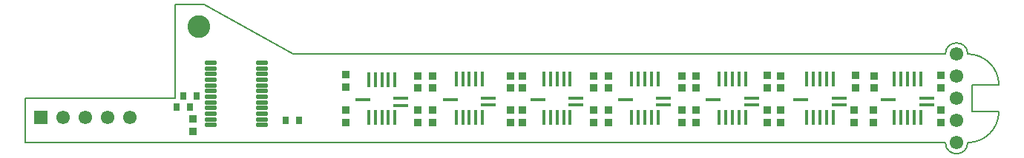
<source format=gts>
%FSLAX23Y23*%
%MOIN*%
G70*
G01*
G75*
G04 Layer_Color=8388736*
%ADD10R,0.028X0.035*%
%ADD11R,0.063X0.016*%
%ADD12R,0.014X0.063*%
%ADD13O,0.055X0.018*%
%ADD14R,0.035X0.031*%
%ADD15C,0.015*%
%ADD16C,0.020*%
%ADD17C,0.007*%
%ADD18C,0.005*%
%ADD19C,0.059*%
%ADD20C,0.100*%
%ADD21R,0.059X0.059*%
%ADD22C,0.029*%
%ADD23R,0.039X0.020*%
%ADD24R,0.020X0.039*%
%ADD25R,0.035X0.028*%
%ADD26C,0.010*%
%ADD27C,0.024*%
%ADD28C,0.010*%
%ADD29C,0.008*%
%ADD30R,0.030X0.037*%
%ADD31R,0.065X0.018*%
%ADD32R,0.016X0.065*%
%ADD33O,0.057X0.020*%
%ADD34R,0.037X0.033*%
%ADD35C,0.061*%
%ADD36C,0.102*%
%ADD37R,0.061X0.061*%
D18*
X5460Y4200D02*
G03*
X5360Y4200I-50J0D01*
G01*
X5600Y4060D02*
G03*
X5460Y4200I-140J0D01*
G01*
X5360Y3800D02*
G03*
X5460Y3800I50J0D01*
G01*
D02*
G03*
X5600Y3940I0J140D01*
G01*
X1900Y4000D02*
Y4425D01*
X2430Y4200D02*
X5360D01*
X5480Y4060D02*
X5600D01*
X1225Y4000D02*
X1900D01*
X2030Y4425D02*
X2430Y4200D01*
X5480Y3940D02*
X5600D01*
X1225Y3800D02*
Y4000D01*
X1900Y4425D02*
X2030D01*
X5480Y3940D02*
Y4060D01*
X1225Y3800D02*
X5360D01*
D30*
X2395Y3900D02*
D03*
X2455D02*
D03*
X1995Y4010D02*
D03*
X1935D02*
D03*
X1965Y3960D02*
D03*
X1906D02*
D03*
D31*
X3530Y3993D02*
D03*
X3701Y3969D02*
D03*
Y4000D02*
D03*
X5276D02*
D03*
Y3969D02*
D03*
X5104Y3993D02*
D03*
X4711D02*
D03*
X4882Y3969D02*
D03*
Y4000D02*
D03*
X4488D02*
D03*
Y3969D02*
D03*
X4317Y3993D02*
D03*
X3307Y4000D02*
D03*
Y3969D02*
D03*
X3136Y3993D02*
D03*
X2742Y3993D02*
D03*
X2913Y3968D02*
D03*
Y3999D02*
D03*
X4094Y4000D02*
D03*
Y3969D02*
D03*
X3923Y3993D02*
D03*
D32*
X3556Y3914D02*
D03*
X3586D02*
D03*
X3615D02*
D03*
X3645D02*
D03*
X3674D02*
D03*
X3556Y4086D02*
D03*
X3586D02*
D03*
X3615D02*
D03*
X3645D02*
D03*
X3674D02*
D03*
X5249D02*
D03*
X5220D02*
D03*
X5190D02*
D03*
X5160D02*
D03*
X5131D02*
D03*
X5249Y3914D02*
D03*
X5220D02*
D03*
X5190D02*
D03*
X5160D02*
D03*
X5131D02*
D03*
X4737D02*
D03*
X4767D02*
D03*
X4796D02*
D03*
X4826D02*
D03*
X4855D02*
D03*
X4737Y4086D02*
D03*
X4767D02*
D03*
X4796D02*
D03*
X4826D02*
D03*
X4855D02*
D03*
X4462D02*
D03*
X4432D02*
D03*
X4403D02*
D03*
X4373D02*
D03*
X4344D02*
D03*
X4462Y3914D02*
D03*
X4432D02*
D03*
X4403D02*
D03*
X4373D02*
D03*
X4344D02*
D03*
X3281Y4086D02*
D03*
X3251D02*
D03*
X3221D02*
D03*
X3192D02*
D03*
X3162D02*
D03*
X3281Y3914D02*
D03*
X3251D02*
D03*
X3221D02*
D03*
X3192D02*
D03*
X3162D02*
D03*
X2769Y3914D02*
D03*
X2798D02*
D03*
X2828D02*
D03*
X2857D02*
D03*
X2887D02*
D03*
X2769Y4085D02*
D03*
X2798D02*
D03*
X2828D02*
D03*
X2857D02*
D03*
X2887D02*
D03*
X4068Y4086D02*
D03*
X4038D02*
D03*
X4009D02*
D03*
X3979D02*
D03*
X3950D02*
D03*
X4068Y3914D02*
D03*
X4038D02*
D03*
X4009D02*
D03*
X3979D02*
D03*
X3950D02*
D03*
D33*
X2059Y4161D02*
D03*
Y4135D02*
D03*
Y4110D02*
D03*
Y4084D02*
D03*
Y4058D02*
D03*
Y4033D02*
D03*
Y4007D02*
D03*
Y3982D02*
D03*
Y3956D02*
D03*
Y3930D02*
D03*
Y3905D02*
D03*
Y3879D02*
D03*
X2291Y4161D02*
D03*
Y4135D02*
D03*
Y4110D02*
D03*
Y4084D02*
D03*
Y4058D02*
D03*
Y4033D02*
D03*
Y4007D02*
D03*
Y3982D02*
D03*
Y3956D02*
D03*
Y3930D02*
D03*
Y3905D02*
D03*
Y3879D02*
D03*
D34*
X2665Y4108D02*
D03*
Y4052D02*
D03*
X3055Y4102D02*
D03*
Y4047D02*
D03*
X3461Y4102D02*
D03*
Y4047D02*
D03*
X3847Y4102D02*
D03*
Y4047D02*
D03*
X4238Y4102D02*
D03*
Y4047D02*
D03*
X4619Y4102D02*
D03*
Y4047D02*
D03*
X5040Y4102D02*
D03*
Y4047D02*
D03*
X2989Y4102D02*
D03*
Y4047D02*
D03*
X3405Y4102D02*
D03*
Y4047D02*
D03*
X3781Y4102D02*
D03*
Y4047D02*
D03*
X4177Y4102D02*
D03*
Y4047D02*
D03*
X4560Y4103D02*
D03*
Y4047D02*
D03*
X4955Y4103D02*
D03*
Y4047D02*
D03*
X5340Y4103D02*
D03*
Y4047D02*
D03*
X2665Y3892D02*
D03*
Y3948D02*
D03*
X3055Y3892D02*
D03*
Y3947D02*
D03*
X3461Y3892D02*
D03*
Y3947D02*
D03*
X3847Y3892D02*
D03*
Y3947D02*
D03*
X4238Y3892D02*
D03*
Y3947D02*
D03*
X4619Y3892D02*
D03*
Y3947D02*
D03*
X5035Y3892D02*
D03*
Y3948D02*
D03*
X2989Y3892D02*
D03*
Y3947D02*
D03*
X3405Y3892D02*
D03*
Y3947D02*
D03*
X3781Y3892D02*
D03*
Y3947D02*
D03*
X4177Y3892D02*
D03*
Y3947D02*
D03*
X4560Y3892D02*
D03*
Y3948D02*
D03*
X4950Y3892D02*
D03*
Y3948D02*
D03*
X5340Y3892D02*
D03*
Y3948D02*
D03*
X1980Y3908D02*
D03*
Y3852D02*
D03*
D35*
X5410Y4200D02*
D03*
Y4100D02*
D03*
Y4000D02*
D03*
Y3900D02*
D03*
Y3800D02*
D03*
X1395Y3915D02*
D03*
X1495D02*
D03*
X1595D02*
D03*
X1695D02*
D03*
D36*
X2005Y4325D02*
D03*
D37*
X1295Y3915D02*
D03*
M02*

</source>
